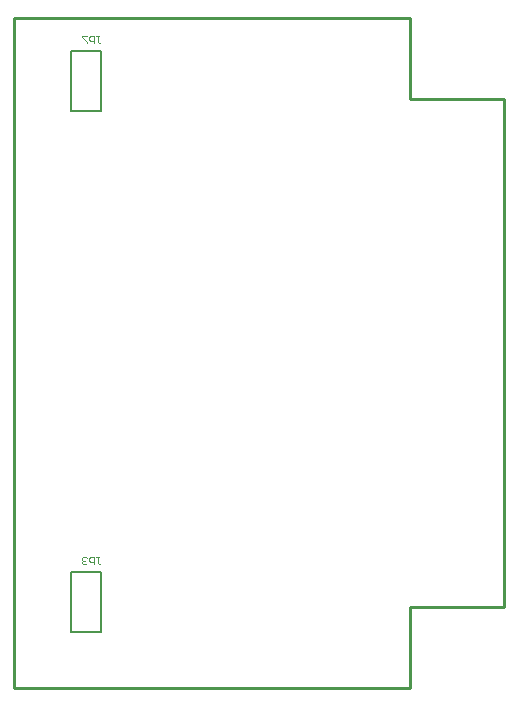
<source format=gbo>
%FSLAX44Y44*%
%MOMM*%
G71*
G01*
G75*
G04 Layer_Color=32896*
%ADD10C,0.8500*%
%ADD11R,1.0000X1.0000*%
%ADD12C,1.6000*%
%ADD13R,1.4000X6.0000*%
%ADD14R,2.6000X1.1000*%
%ADD15R,2.5000X7.5000*%
%ADD16R,1.8000X1.7000*%
%ADD17C,0.6000*%
%ADD18C,0.2000*%
%ADD19C,0.2540*%
%ADD20C,1.6500*%
%ADD21R,1.6500X1.6500*%
%ADD22C,1.5000*%
%ADD23R,1.5000X1.5000*%
%ADD24C,1.2700*%
%ADD25C,0.0500*%
%ADD26C,0.1270*%
%ADD27C,0.1400*%
%ADD28C,2.0000*%
%ADD29R,1.2032X1.2032*%
%ADD30C,1.8032*%
%ADD31R,1.6032X6.2032*%
%ADD32R,2.8032X1.3032*%
%ADD33R,2.7032X7.7032*%
%ADD34R,2.0032X1.9032*%
%ADD35C,1.8532*%
%ADD36R,1.8532X1.8532*%
%ADD37C,1.7032*%
%ADD38R,1.7032X1.7032*%
%ADD39C,1.4732*%
D18*
X48010Y46990D02*
Y97790D01*
X73410D01*
Y46990D02*
Y97790D01*
X48010Y46990D02*
X73410D01*
X48010Y488190D02*
X73410D01*
Y538990D01*
X48010D02*
X73410D01*
X48010Y488190D02*
Y538990D01*
D19*
X0Y0D02*
X335026D01*
Y68580D01*
X415036D01*
Y498602D01*
X335026D02*
X415036D01*
X335026D02*
Y567182D01*
X0Y0D02*
Y567182D01*
X335026D01*
D25*
X69915Y110392D02*
X71915D01*
X70915D01*
Y105394D01*
X71915Y104394D01*
X72914D01*
X73914Y105394D01*
X67916Y104394D02*
Y110392D01*
X64917D01*
X63917Y109392D01*
Y107393D01*
X64917Y106393D01*
X67916D01*
X61918Y109392D02*
X60918Y110392D01*
X58919D01*
X57919Y109392D01*
Y108393D01*
X58919Y107393D01*
X59918D01*
X58919D01*
X57919Y106393D01*
Y105394D01*
X58919Y104394D01*
X60918D01*
X61918Y105394D01*
X69915Y551590D02*
X71915D01*
X70915D01*
Y546592D01*
X71915Y545592D01*
X72914D01*
X73914Y546592D01*
X67916Y545592D02*
Y551590D01*
X64917D01*
X63917Y550590D01*
Y548591D01*
X64917Y547591D01*
X67916D01*
X61918Y551590D02*
X57919D01*
Y550590D01*
X61918Y546592D01*
Y545592D01*
M02*

</source>
